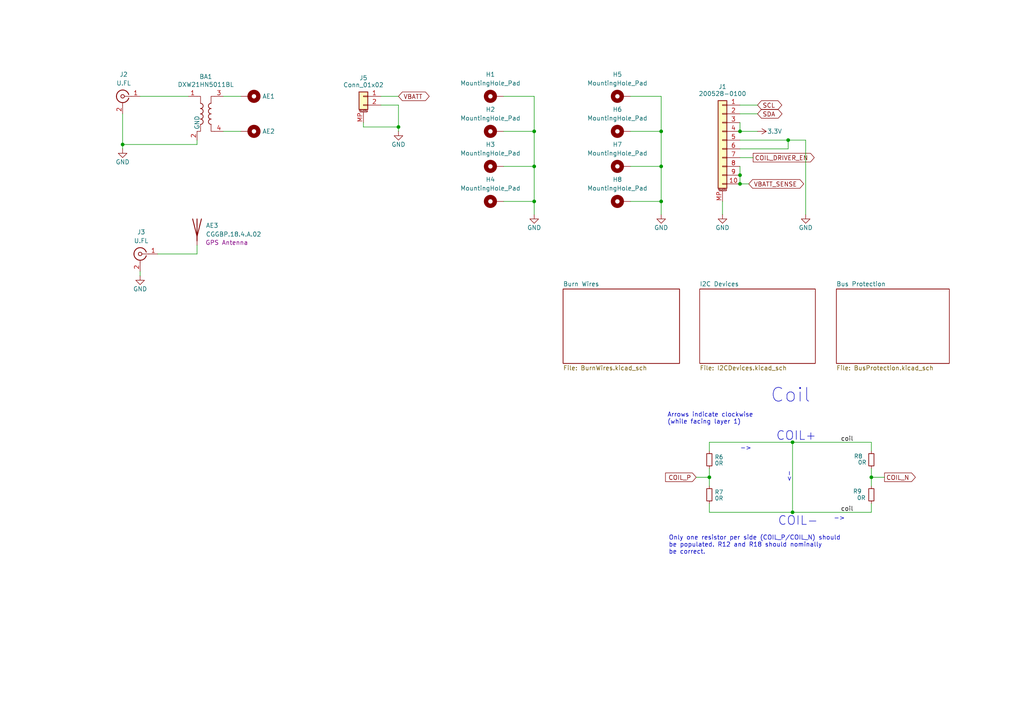
<source format=kicad_sch>
(kicad_sch (version 20231120) (generator "eeschema") (generator_version "8.0")
  (paper "A4")
  (lib_symbols
    (symbol "Argus-Passives:ATB2012"
      (property "Reference" "U" (at 0 10.795 0))
      (property "Value" "ATB2012" (at 0 8.4836 0))
      (symbol "ATB2012_1_1"
        (arc (start -1.524 -3.048) (mid -0.7653 -2.286) (end -1.524 -1.524) (stroke (width 0.2032)))
        (arc (start -1.524 -1.524) (mid -0.7653 -0.762) (end -1.524 0) (stroke (width 0.2032)))
        (arc (start -1.524 0) (mid -0.7653 0.762) (end -1.524 1.524) (stroke (width 0.2032)))
        (arc (start -1.524 1.524) (mid -0.7653 2.286) (end -1.524 3.048) (stroke (width 0.2032)))
        (polyline (pts (xy -2.54 5.08) (xy -1.524 5.08) (xy -1.524 3.048)) (stroke (width 0.1524)))
        (polyline (pts (xy -1.524 -3.048) (xy -1.524 -5.08) (xy -2.54 -5.08)) (stroke (width 0.1524)))
        (polyline (pts (xy 1.524 3.048) (xy 1.524 5.08) (xy 2.54 5.08)) (stroke (width 0.1524)))
        (polyline (pts (xy 2.54 -5.08) (xy 1.524 -5.08) (xy 1.524 -3.048)) (stroke (width 0.1524)))
        (arc (start 1.524 -1.524) (mid 0.7653 -2.286) (end 1.524 -3.048) (stroke (width 0.2032)))
        (arc (start 1.524 0) (mid 0.7653 -0.762) (end 1.524 -1.524) (stroke (width 0.2032)))
        (arc (start 1.524 1.524) (mid 0.7653 0.762) (end 1.524 0) (stroke (width 0.2032)))
        (arc (start 1.524 3.048) (mid 0.7653 2.286) (end 1.524 1.524) (stroke (width 0.2032)))
        (pin passive line (at -5.08 5.08 0) (length 2.54) (name "~") (number "1"))
        (pin power_in line (at -2.54 -7.62 90) (length 2.54) (name "GND") (number "2"))
        (pin passive line (at 5.08 5.08 180) (length 2.54) (name "~") (number "3"))
        (pin passive line (at 5.08 -5.08 180) (length 2.54) (name "~") (number "4"))
      )
    )
    (symbol "Argus-Passives:Antenna" (pin_numbers hide) (pin_names (offset 1.016) hide)
      (property "Reference" "AE" (at -1.905 1.905 0))
      (property "Value" "Antenna" (at -1.905 0 0))
      (symbol "Antenna_0_1"
        (polyline (pts (xy 0 2.54) (xy 0 -3.81)) (stroke (width 0.254)))
        (polyline (pts (xy 1.27 2.54) (xy 0 -2.54) (xy -1.27 2.54)) (stroke (width 0.254)))
      )
      (symbol "Antenna_1_1"
        (pin input line (at 0 -5.08 90) (length 2.54) (name "A") (number "1"))
      )
    )
    (symbol "Connector:Conn_Coaxial" (pin_names (offset 1.016) hide)
      (property "Reference" "J" (at 0.254 3.048 0))
      (property "Value" "Conn_Coaxial" (at 2.921 0 90))
      (symbol "Conn_Coaxial_0_1"
        (arc (start -1.778 -0.508) (mid 0.2311 -1.8066) (end 1.778 0) (stroke (width 0.254)))
        (polyline (pts (xy -2.54 0) (xy -0.508 0)))
        (polyline (pts (xy 0 -2.54) (xy 0 -1.778)))
        (circle (center 0 0) (radius 0.508) (stroke (width 0.2032)))
        (arc (start 1.778 0) (mid 0.2099 1.8101) (end -1.778 0.508) (stroke (width 0.254)))
      )
      (symbol "Conn_Coaxial_1_1"
        (pin passive line (at -5.08 0 0) (length 2.54) (name "In") (number "1"))
        (pin passive line (at 0 -5.08 90) (length 2.54) (name "Ext") (number "2"))
      )
    )
    (symbol "Connector_Generic_MountingPin:Conn_01x02_MountingPin" (pin_names (offset 1.016) hide)
      (property "Reference" "J" (at 0 2.54 0))
      (property "Value" "Conn_01x02_MountingPin" (at 1.27 -5.08 0))
      (symbol "Conn_01x02_MountingPin_1_1"
        (rectangle (start -1.27 -2.413) (end 0 -2.667) (stroke (width 0.1524)))
        (rectangle (start -1.27 0.127) (end 0 -0.127) (stroke (width 0.1524)))
        (rectangle (start -1.27 1.27) (end 1.27 -3.81) (stroke (width 0.254)) (fill (type background)))
        (polyline (pts (xy -1.016 -4.572) (xy 1.016 -4.572)) (stroke (width 0.1524)))
        (text "Mounting" (at 0 -4.191 0) (effects (font (size 0.381 0.381))))
        (pin passive line (at -5.08 0 0) (length 3.81) (name "Pin_1") (number "1"))
        (pin passive line (at -5.08 -2.54 0) (length 3.81) (name "Pin_2") (number "2"))
        (pin passive line (at 0 -7.62 90) (length 3.048) (name "MountPin") (number "MP"))
      )
    )
    (symbol "Connector_Generic_MountingPin:Conn_01x10_MountingPin" (pin_names (offset 1.016) hide)
      (property "Reference" "J" (at 0 12.7 0))
      (property "Value" "Conn_01x10_MountingPin" (at 1.27 -15.24 0))
      (symbol "Conn_01x10_MountingPin_1_1"
        (rectangle (start -1.27 -12.573) (end 0 -12.827) (stroke (width 0.1524)))
        (rectangle (start -1.27 -10.033) (end 0 -10.287) (stroke (width 0.1524)))
        (rectangle (start -1.27 -7.493) (end 0 -7.747) (stroke (width 0.1524)))
        (rectangle (start -1.27 -4.953) (end 0 -5.207) (stroke (width 0.1524)))
        (rectangle (start -1.27 -2.413) (end 0 -2.667) (stroke (width 0.1524)))
        (rectangle (start -1.27 0.127) (end 0 -0.127) (stroke (width 0.1524)))
        (rectangle (start -1.27 2.667) (end 0 2.413) (stroke (width 0.1524)))
        (rectangle (start -1.27 5.207) (end 0 4.953) (stroke (width 0.1524)))
        (rectangle (start -1.27 7.747) (end 0 7.493) (stroke (width 0.1524)))
        (rectangle (start -1.27 10.287) (end 0 10.033) (stroke (width 0.1524)))
        (rectangle (start -1.27 11.43) (end 1.27 -13.97) (stroke (width 0.254)) (fill (type background)))
        (polyline (pts (xy -1.016 -14.732) (xy 1.016 -14.732)) (stroke (width 0.1524)))
        (text "Mounting" (at 0 -14.351 0) (effects (font (size 0.381 0.381))))
        (pin passive line (at -5.08 10.16 0) (length 3.81) (name "Pin_1") (number "1"))
        (pin passive line (at -5.08 -12.7 0) (length 3.81) (name "Pin_10") (number "10"))
        (pin passive line (at -5.08 7.62 0) (length 3.81) (name "Pin_2") (number "2"))
        (pin passive line (at -5.08 5.08 0) (length 3.81) (name "Pin_3") (number "3"))
        (pin passive line (at -5.08 2.54 0) (length 3.81) (name "Pin_4") (number "4"))
        (pin passive line (at -5.08 0 0) (length 3.81) (name "Pin_5") (number "5"))
        (pin passive line (at -5.08 -2.54 0) (length 3.81) (name "Pin_6") (number "6"))
        (pin passive line (at -5.08 -5.08 0) (length 3.81) (name "Pin_7") (number "7"))
        (pin passive line (at -5.08 -7.62 0) (length 3.81) (name "Pin_8") (number "8"))
        (pin passive line (at -5.08 -10.16 0) (length 3.81) (name "Pin_9") (number "9"))
        (pin passive line (at 0 -17.78 90) (length 3.048) (name "MountPin") (number "MP"))
      )
    )
    (symbol "Device:R_Small" (pin_numbers hide) (pin_names (offset 0.254) hide)
      (property "Reference" "R" (at 0.762 0.508 0))
      (property "Value" "R_Small" (at 0.762 -1.016 0))
      (symbol "R_Small_0_1"
        (rectangle (start -0.762 1.778) (end 0.762 -1.778) (stroke (width 0.2032)))
      )
      (symbol "R_Small_1_1"
        (pin passive line (at 0 2.54 270) (length 0.762) (name "~") (number "1"))
        (pin passive line (at 0 -2.54 90) (length 0.762) (name "~") (number "2"))
      )
    )
    (symbol "Mechanical:MountingHole_Pad" (pin_numbers hide) (pin_names (offset 1.016) hide) (exclude_from_sim yes) (in_bom no)
      (property "Reference" "H" (at 0 6.35 0))
      (property "Value" "MountingHole_Pad" (at 0 4.445 0))
      (symbol "MountingHole_Pad_0_1"
        (circle (center 0 1.27) (radius 1.27) (stroke (width 1.27)))
      )
      (symbol "MountingHole_Pad_1_1"
        (pin input line (at 0 -2.54 90) (length 2.54) (name "1") (number "1"))
      )
    )
    (symbol "power:+3.3V" (power) (pin_numbers hide) (pin_names (offset 0) hide)
      (property "Value" "+3.3V" (at 0 3.556 0))
      (symbol "+3.3V_0_1"
        (polyline (pts (xy -0.762 1.27) (xy 0 2.54)))
        (polyline (pts (xy 0 0) (xy 0 2.54)))
        (polyline (pts (xy 0 2.54) (xy 0.762 1.27)))
      )
      (symbol "+3.3V_1_1"
        (pin power_in line (at 0 0 90) (length 0) (name "~") (number "1"))
      )
    )
    (symbol "power:GND" (power) (pin_numbers hide) (pin_names (offset 0) hide)
      (property "Value" "GND" (at 0 -3.81 0))
      (symbol "GND_0_1"
        (polyline (pts (xy 0 0) (xy 0 -1.27) (xy 1.27 -1.27) (xy 0 -2.54) (xy -1.27 -1.27) (xy 0 -1.27)))
      )
      (symbol "GND_1_1"
        (pin power_in line (at 0 0 270) (length 0) (name "~") (number "1"))
      )
    )
  )
  (junction (at 191.77 58.42))
  (junction (at 214.63 53.34))
  (junction (at 229.87 128.27))
  (junction (at 252.73 138.43))
  (junction (at 115.57 36.83))
  (junction (at 154.94 58.42))
  (junction (at 35.56 41.91))
  (junction (at 214.63 38.1))
  (junction (at 191.77 38.1))
  (junction (at 229.87 148.59))
  (junction (at 154.94 48.26))
  (junction (at 191.77 48.26))
  (junction (at 214.63 50.8))
  (junction (at 228.6 40.64))
  (junction (at 154.94 38.1))
  (junction (at 205.74 138.43))
  (wire (pts (xy 154.94 27.94) (xy 146.05 27.94)))
  (wire (pts (xy 115.57 36.83) (xy 115.57 38.1)))
  (wire (pts (xy 228.6 40.64) (xy 233.68 40.64)))
  (wire (pts (xy 105.41 35.56) (xy 105.41 36.83)))
  (wire (pts (xy 191.77 58.42) (xy 191.77 62.23)))
  (wire (pts (xy 110.49 30.48) (xy 115.57 30.48)))
  (wire (pts (xy 146.05 48.26) (xy 154.94 48.26)))
  (wire (pts (xy 219.71 33.02) (xy 214.63 33.02)))
  (wire (pts (xy 154.94 58.42) (xy 154.94 62.23)))
  (wire (pts (xy 182.88 38.1) (xy 191.77 38.1)))
  (wire (pts (xy 57.15 73.66) (xy 57.15 71.12)))
  (wire (pts (xy 229.87 148.59) (xy 252.73 148.59)))
  (wire (pts (xy 252.73 128.27) (xy 252.73 130.81)))
  (wire (pts (xy 191.77 48.26) (xy 191.77 38.1)))
  (wire (pts (xy 229.87 128.27) (xy 252.73 128.27)))
  (wire (pts (xy 40.64 27.94) (xy 54.61 27.94)))
  (wire (pts (xy 214.63 48.26) (xy 214.63 50.8)))
  (wire (pts (xy 105.41 36.83) (xy 115.57 36.83)))
  (wire (pts (xy 40.64 78.74) (xy 40.64 80.01)))
  (wire (pts (xy 205.74 128.27) (xy 205.74 130.81)))
  (wire (pts (xy 214.63 43.18) (xy 228.6 43.18)))
  (wire (pts (xy 45.72 73.66) (xy 57.15 73.66)))
  (wire (pts (xy 219.71 30.48) (xy 214.63 30.48)))
  (wire (pts (xy 182.88 48.26) (xy 191.77 48.26)))
  (wire (pts (xy 146.05 38.1) (xy 154.94 38.1)))
  (wire (pts (xy 35.56 33.02) (xy 35.56 41.91)))
  (wire (pts (xy 115.57 30.48) (xy 115.57 36.83)))
  (wire (pts (xy 154.94 48.26) (xy 154.94 38.1)))
  (wire (pts (xy 205.74 135.89) (xy 205.74 138.43)))
  (wire (pts (xy 205.74 146.05) (xy 205.74 148.59)))
  (wire (pts (xy 256.54 138.43) (xy 252.73 138.43)))
  (wire (pts (xy 252.73 135.89) (xy 252.73 138.43)))
  (wire (pts (xy 205.74 148.59) (xy 229.87 148.59)))
  (wire (pts (xy 219.71 38.1) (xy 214.63 38.1)))
  (wire (pts (xy 252.73 138.43) (xy 252.73 140.97)))
  (wire (pts (xy 201.93 138.43) (xy 205.74 138.43)))
  (wire (pts (xy 205.74 138.43) (xy 205.74 140.97)))
  (wire (pts (xy 57.15 41.91) (xy 57.15 40.64)))
  (wire (pts (xy 218.44 45.72) (xy 214.63 45.72)))
  (wire (pts (xy 214.63 50.8) (xy 214.63 53.34)))
  (wire (pts (xy 205.74 128.27) (xy 229.87 128.27)))
  (wire (pts (xy 35.56 41.91) (xy 57.15 41.91)))
  (wire (pts (xy 214.63 53.34) (xy 217.17 53.34)))
  (wire (pts (xy 191.77 38.1) (xy 191.77 27.94)))
  (wire (pts (xy 252.73 146.05) (xy 252.73 148.59)))
  (wire (pts (xy 191.77 58.42) (xy 191.77 48.26)))
  (wire (pts (xy 209.55 62.23) (xy 209.55 58.42)))
  (wire (pts (xy 191.77 27.94) (xy 182.88 27.94)))
  (wire (pts (xy 233.68 40.64) (xy 233.68 62.23)))
  (wire (pts (xy 64.77 38.1) (xy 69.85 38.1)))
  (wire (pts (xy 214.63 40.64) (xy 228.6 40.64)))
  (wire (pts (xy 214.63 35.56) (xy 214.63 38.1)))
  (wire (pts (xy 154.94 58.42) (xy 154.94 48.26)))
  (wire (pts (xy 182.88 58.42) (xy 191.77 58.42)))
  (wire (pts (xy 64.77 27.94) (xy 69.85 27.94)))
  (wire (pts (xy 228.6 40.64) (xy 228.6 43.18)))
  (wire (pts (xy 229.87 128.27) (xy 229.87 148.59)))
  (wire (pts (xy 154.94 38.1) (xy 154.94 27.94)))
  (wire (pts (xy 146.05 58.42) (xy 154.94 58.42)))
  (wire (pts (xy 35.56 41.91) (xy 35.56 43.18)))
  (wire (pts (xy 110.49 27.94) (xy 115.57 27.94)))
  (text "->" (at 245.11 151.13 0) (effects (font (size 1.27 1.27)) (justify right bottom)))
  (text "COIL+" (at 225.044 128.016 0) (effects (font (size 2.54 2.54)) (justify left bottom)))
  (text "Arrows indicate clockwise\n(while facing layer 1)" (at 193.548 123.19 0) (effects (font (size 1.27 1.27)) (justify left bottom)))
  (text "Coil" (at 223.393 117.094 0) (effects (font (size 4 4)) (justify left bottom)))
  (text "Only one resistor per side (COIL_P/COIL_N) should \nbe populated. R12 and R18 should nominally \nbe correct." (at 193.929 160.909 0) (effects (font (size 1.27 1.27)) (justify left bottom)))
  (text "COIL-" (at 225.552 152.654 0) (effects (font (size 2.54 2.54)) (justify left bottom)))
  (text "<-" (at 229.616 139.954 90) (effects (font (size 1.27 1.27)) (justify left bottom)))
  (text "->" (at 214.63 130.81 0) (effects (font (size 1.27 1.27)) (justify left bottom)))
  (label "coil" (at 243.84 128.27 0))
  (label "coil" (at 243.84 148.59 0))
  (global_label "COIL_P" (shape input) (at 201.93 138.43 180) (property "Intersheetrefs" "${INTERSHEET_REFS}" (effects (hide yes))))
  (global_label "VBATT_SENSE" (shape bidirectional) (at 217.17 53.34 0) (property "Intersheetrefs" "${INTERSHEET_REFS}" (effects (hide yes))))
  (global_label "SCL" (shape bidirectional) (at 219.71 30.48 0) (property "Intersheetrefs" "${INTERSHEET_REFS}" (effects (hide yes))))
  (global_label "COIL_DRIVER_EN" (shape output) (at 218.44 45.72 0) (property "Intersheetrefs" "${INTERSHEET_REFS}" (effects (hide yes))))
  (global_label "COIL_N" (shape output) (at 256.54 138.43 0) (property "Intersheetrefs" "${INTERSHEET_REFS}" (effects (hide yes))))
  (global_label "VBATT" (shape bidirectional) (at 115.57 27.94 0) (property "Intersheetrefs" "${INTERSHEET_REFS}" (effects (hide yes))))
  (global_label "SDA" (shape bidirectional) (at 219.71 33.02 0) (property "Intersheetrefs" "${INTERSHEET_REFS}" (effects (hide yes))))
  (symbol (lib_id "Connector:Conn_Coaxial") (at 40.64 73.66 0) (mirror y) (unit 1)
    (property "Reference" "J3" (at 40.9574 67.31 0))
    (property "Value" "U.FL" (at 40.9574 69.85 0))
    (property "Footprint" "Connector_Coaxial:U.FL_Hirose_U.FL-R-SMT-1_Vertical" (effects (hide yes)))
    (property "Description" "coaxial connector (BNC, SMA, SMB, SMC, Cinch/RCA, LEMO, ...)" (effects (hide yes)))
  )
  (symbol (lib_id "Mechanical:MountingHole_Pad") (at 72.39 38.1 270) (unit 1) (in_bom no)
    (property "Reference" "AE2" (at 76.073 38.1 90) (effects (justify left)))
    (property "Value" "MountingHole_Pad" (effects (hide yes)))
    (property "Footprint" "Argus-Miscellaneous:Antenna Mount" (effects (hide yes)))
  )
  (symbol (lib_id "Device:R_Small") (at 205.74 143.51 180) (unit 1)
    (property "Reference" "R7" (at 207.264 142.748 0) (effects (font (size 1.2 1.2)) (justify right)))
    (property "Value" "0R" (at 207.264 144.526 0) (effects (font (size 1.2 1.2)) (justify right)))
    (property "Footprint" "Resistor_SMD:R_0603_1608Metric" (effects (hide yes)))
    (property "Description" "Resistor, small symbol" (effects (hide yes)))
  )
  (symbol (lib_id "power:GND") (at 40.64 80.01 0) (unit 1)
    (property "Reference" "#PWR025" (effects (hide yes)))
    (property "Value" "GND" (at 40.64 83.82 0))
    (property "Description" "Power symbol creates a global label with name \"GND\" , ground" (effects (hide yes)))
  )
  (symbol (lib_id "Mechanical:MountingHole_Pad") (at 143.51 38.1 90) (unit 1) (exclude_from_sim yes) (in_bom no)
    (property "Reference" "H2" (at 142.24 31.75 90))
    (property "Value" "MountingHole_Pad" (at 142.24 34.29 90))
    (property "Footprint" "Argus-Miscellaneous:MountingHole_3.2mm_M3_DIN965_Pad_TopBottom" (effects (hide yes)))
    (property "Description" "Mounting Hole with connection" (effects (hide yes)))
  )
  (symbol (lib_id "Connector:Conn_Coaxial") (at 35.56 27.94 0) (mirror y) (unit 1)
    (property "Reference" "J2" (at 35.8774 21.59 0))
    (property "Value" "U.FL" (at 35.8774 24.13 0))
    (property "Footprint" "Connector_Coaxial:U.FL_Hirose_U.FL-R-SMT-1_Vertical" (effects (hide yes)))
    (property "Description" "coaxial connector (BNC, SMA, SMB, SMC, Cinch/RCA, LEMO, ...)" (effects (hide yes)))
  )
  (symbol (lib_id "Mechanical:MountingHole_Pad") (at 143.51 48.26 90) (unit 1) (exclude_from_sim yes) (in_bom no)
    (property "Reference" "H3" (at 142.24 41.91 90))
    (property "Value" "MountingHole_Pad" (at 142.24 44.45 90))
    (property "Footprint" "Argus-Miscellaneous:MountingHole_3.2mm_M3_DIN965_Pad_TopBottom" (effects (hide yes)))
    (property "Description" "Mounting Hole with connection" (effects (hide yes)))
  )
  (symbol (lib_id "power:GND") (at 191.77 62.23 0) (unit 1)
    (property "Reference" "#PWR05" (effects (hide yes)))
    (property "Value" "GND" (at 191.77 66.04 0))
    (property "Description" "Power symbol creates a global label with name \"GND\" , ground" (effects (hide yes)))
  )
  (symbol (lib_id "power:GND") (at 154.94 62.23 0) (unit 1)
    (property "Reference" "#PWR04" (effects (hide yes)))
    (property "Value" "GND" (at 154.94 66.04 0))
    (property "Description" "Power symbol creates a global label with name \"GND\" , ground" (effects (hide yes)))
  )
  (symbol (lib_id "Mechanical:MountingHole_Pad") (at 180.34 58.42 90) (unit 1) (exclude_from_sim yes) (in_bom no)
    (property "Reference" "H8" (at 179.07 52.07 90))
    (property "Value" "MountingHole_Pad" (at 179.07 54.61 90))
    (property "Footprint" "Argus-Miscellaneous:MountingHole_3.2mm_M3_DIN965_Pad_TopBottom" (effects (hide yes)))
    (property "Description" "Mounting Hole with connection" (effects (hide yes)))
  )
  (symbol (lib_id "Argus-Passives:Antenna") (at 57.15 66.04 0) (unit 1)
    (property "Reference" "AE3" (at 59.69 65.4049 0) (effects (justify left)))
    (property "Value" "CGGBP.18.4.A.02" (at 59.69 67.9449 0) (effects (justify left)))
    (property "Footprint" "Argus-Miscellaneous:ANT_CGGBP.18.4.A.02_TAL" (effects (hide yes)))
    (property "Description" "Antenna" (effects (hide yes)))
    (property "Field5" "GPS Antenna" (at 65.786 70.358 0))
  )
  (symbol (lib_id "power:GND") (at 209.55 62.23 0) (unit 1)
    (property "Reference" "#PWR06" (effects (hide yes)))
    (property "Value" "GND" (at 209.55 66.04 0))
    (property "Description" "Power symbol creates a global label with name \"GND\" , ground" (effects (hide yes)))
  )
  (symbol (lib_id "Mechanical:MountingHole_Pad") (at 143.51 27.94 90) (unit 1) (exclude_from_sim yes) (in_bom no)
    (property "Reference" "H1" (at 142.24 21.59 90))
    (property "Value" "MountingHole_Pad" (at 142.24 24.13 90))
    (property "Footprint" "Argus-Miscellaneous:MountingHole_3.2mm_M3_DIN965_Pad_TopBottom" (effects (hide yes)))
    (property "Description" "Mounting Hole with connection" (effects (hide yes)))
  )
  (symbol (lib_id "Device:R_Small") (at 252.73 133.35 180) (unit 1)
    (property "Reference" "R8" (at 247.65 132.334 0) (effects (font (size 1.2 1.2)) (justify right)))
    (property "Value" "0R" (at 248.793 134.112 0) (effects (font (size 1.2 1.2)) (justify right)))
    (property "Footprint" "Resistor_SMD:R_0603_1608Metric" (effects (hide yes)))
    (property "Description" "Resistor, small symbol" (effects (hide yes)))
  )
  (symbol (lib_id "Mechanical:MountingHole_Pad") (at 72.39 27.94 270) (unit 1) (in_bom no)
    (property "Reference" "AE1" (at 76.073 27.94 90) (effects (justify left)))
    (property "Value" "MountingHole_Pad" (effects (hide yes)))
    (property "Footprint" "Argus-Miscellaneous:Antenna Mount" (effects (hide yes)))
  )
  (symbol (lib_id "Mechanical:MountingHole_Pad") (at 143.51 58.42 90) (unit 1) (exclude_from_sim yes) (in_bom no)
    (property "Reference" "H4" (at 142.24 52.07 90))
    (property "Value" "MountingHole_Pad" (at 142.24 54.61 90))
    (property "Footprint" "Argus-Miscellaneous:MountingHole_3.2mm_M3_DIN965_Pad_TopBottom" (effects (hide yes)))
    (property "Description" "Mounting Hole with connection" (effects (hide yes)))
  )
  (symbol (lib_id "Device:R_Small") (at 205.74 133.35 180) (unit 1)
    (property "Reference" "R6" (at 207.264 132.588 0) (effects (font (size 1.2 1.2)) (justify right)))
    (property "Value" "0R" (at 207.264 134.366 0) (effects (font (size 1.2 1.2)) (justify right)))
    (property "Footprint" "Resistor_SMD:R_0603_1608Metric" (effects (hide yes)))
    (property "Description" "Resistor, small symbol" (effects (hide yes)))
  )
  (symbol (lib_id "power:+3.3V") (at 219.71 38.1 270) (mirror x) (unit 1)
    (property "Reference" "#SUPPLY01" (effects (hide yes)))
    (property "Value" "3.3V" (at 222.504 38.1 90) (effects (justify left)))
    (property "Description" "Power symbol creates a global label with name \"+3.3V\"" (effects (hide yes)))
  )
  (symbol (lib_id "Device:R_Small") (at 252.73 143.51 180) (unit 1)
    (property "Reference" "R9" (at 247.396 142.494 0) (effects (font (size 1.2 1.2)) (justify right)))
    (property "Value" "0R" (at 248.539 144.399 0) (effects (font (size 1.2 1.2)) (justify right)))
    (property "Footprint" "Resistor_SMD:R_0603_1608Metric" (effects (hide yes)))
    (property "Description" "Resistor, small symbol" (effects (hide yes)))
  )
  (symbol (lib_id "Argus-Passives:ATB2012") (at 59.69 33.02 0) (unit 1)
    (property "Reference" "BA1" (at 59.69 22.225 0))
    (property "Value" "DXW21HN5011BL" (at 59.69 24.5364 0))
    (property "Footprint" "Argus-Passives:ATB2012" (effects (hide yes)))
    (property "Datasheet" "https://www.johansontechnology.com/datasheets/0868BM15C0001/0868BM15C0001.pdf" (effects (hide yes)))
  )
  (symbol (lib_id "Connector_Generic_MountingPin:Conn_01x10_MountingPin") (at 209.55 40.64 0) (mirror y) (unit 1)
    (property "Reference" "J1" (at 209.55 25.146 0))
    (property "Value" "200528-0100" (at 209.55 27.178 0))
    (property "Footprint" "Connector_FFC-FPC:Molex_200528-0100_1x10-1MP_P1.00mm_Horizontal" (effects (hide yes)))
    (property "Description" "Generic connectable mounting pin connector, single row, 01x10, script generated (kicad-library-utils/schlib/autogen/connector/)" (effects (hide yes)))
  )
  (symbol (lib_id "Mechanical:MountingHole_Pad") (at 180.34 48.26 90) (unit 1) (exclude_from_sim yes) (in_bom no)
    (property "Reference" "H7" (at 179.07 41.91 90))
    (property "Value" "MountingHole_Pad" (at 179.07 44.45 90))
    (property "Footprint" "Argus-Miscellaneous:MountingHole_3.2mm_M3_DIN965_Pad_TopBottom" (effects (hide yes)))
    (property "Description" "Mounting Hole with connection" (effects (hide yes)))
  )
  (symbol (lib_id "Mechanical:MountingHole_Pad") (at 180.34 27.94 90) (unit 1) (exclude_from_sim yes) (in_bom no)
    (property "Reference" "H5" (at 179.07 21.59 90))
    (property "Value" "MountingHole_Pad" (at 179.07 24.13 90))
    (property "Footprint" "Argus-Miscellaneous:MountingHole_3.2mm_M3_DIN965_Pad_TopBottom" (effects (hide yes)))
    (property "Description" "Mounting Hole with connection" (effects (hide yes)))
  )
  (symbol (lib_id "power:GND") (at 35.56 43.18 0) (unit 1)
    (property "Reference" "#PWR026" (effects (hide yes)))
    (property "Value" "GND" (at 35.56 46.99 0))
    (property "Description" "Power symbol creates a global label with name \"GND\" , ground" (effects (hide yes)))
  )
  (symbol (lib_id "Mechanical:MountingHole_Pad") (at 180.34 38.1 90) (unit 1) (exclude_from_sim yes) (in_bom no)
    (property "Reference" "H6" (at 179.07 31.75 90))
    (property "Value" "MountingHole_Pad" (at 179.07 34.29 90))
    (property "Footprint" "Argus-Miscellaneous:MountingHole_3.2mm_M3_DIN965_Pad_TopBottom" (effects (hide yes)))
    (property "Description" "Mounting Hole with connection" (effects (hide yes)))
  )
  (symbol (lib_id "Connector_Generic_MountingPin:Conn_01x02_MountingPin") (at 105.41 27.94 0) (mirror y) (unit 1)
    (property "Reference" "J5" (at 105.41 22.606 0))
    (property "Value" "Conn_01x02" (at 105.41 24.638 0))
    (property "Footprint" "Connector_JST:JST_PH_S2B-PH-SM4-TB_1x02-1MP_P2.00mm_Horizontal" (effects (hide yes)))
    (property "Description" "Generic connectable mounting pin connector, single row, 01x02, script generated (kicad-library-utils/schlib/autogen/connector/)" (effects (hide yes)))
  )
  (symbol (lib_id "power:GND") (at 115.57 38.1 0) (unit 1)
    (property "Reference" "#PWR042" (effects (hide yes)))
    (property "Value" "GND" (at 115.57 41.91 0))
    (property "Description" "Power symbol creates a global label with name \"GND\" , ground" (effects (hide yes)))
  )
  (symbol (lib_id "power:GND") (at 233.68 62.23 0) (mirror y) (unit 1)
    (property "Reference" "#PWR07" (effects (hide yes)))
    (property "Value" "GND" (at 233.68 66.04 0))
    (property "Description" "Power symbol creates a global label with name \"GND\" , ground" (effects (hide yes)))
  )
  (sheet (at 202.946 83.82) (size 33.528 21.59) (stroke (width 0.1524))
    (property "Sheetname" "I2C Devices" (at 202.946 83.1084 0) (effects (justify left bottom)))
    (property "Sheetfile" "I2CDevices.kicad_sch" (at 202.946 105.9946 0) (effects (justify left top)))
  )
  (sheet (at 163.322 83.82) (size 33.782 21.59) (stroke (width 0.1524))
    (property "Sheetname" "Burn Wires" (at 163.322 83.1084 0) (effects (justify left bottom)))
    (property "Sheetfile" "BurnWires.kicad_sch" (at 163.322 105.9946 0) (effects (justify left top)))
  )
  (sheet (at 242.57 83.82) (size 32.766 21.59) (stroke (width 0.1524))
    (property "Sheetname" "Bus Protection" (at 242.57 83.1084 0) (effects (justify left bottom)))
    (property "Sheetfile" "BusProtection.kicad_sch" (at 242.57 105.9946 0) (effects (justify left top)))
  )
)
</source>
